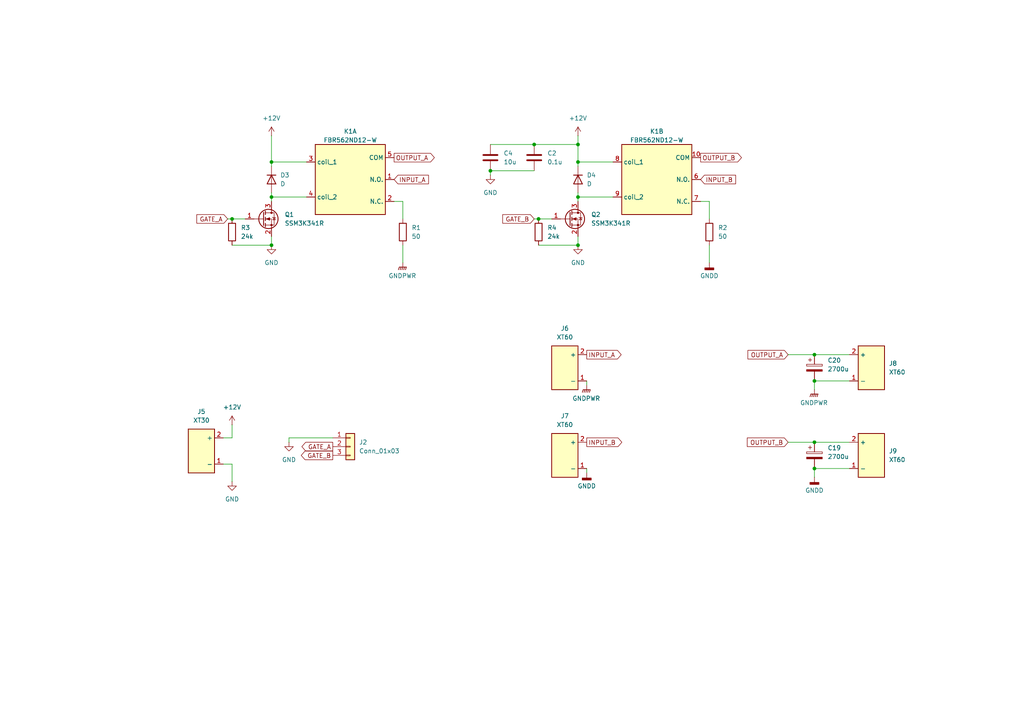
<source format=kicad_sch>
(kicad_sch (version 20250114) (generator "eeschema") (generator_version "9.0")
  (paper "A4")
  (title_block (title "GN10PowerCutoffBoard") (rev "v1.0") (company "Gento Aiba (GN10)"))
  (lib_symbols
    (symbol "Connector_Generic:Conn_01x03" (pin_names (offset 1.016) (hide yes))
      (property "Reference" "J" (at 0 5.08 0))
      (property "Value" "Conn_01x03" (at 0 -5.08 0))
      (symbol "Conn_01x03_1_1"
        (rectangle (start -1.27 3.81) (end 1.27 -3.81) (stroke (width 0.254)) (fill (type background)))
        (rectangle (start -1.27 2.667) (end 0 2.413) (stroke (width 0.1524)))
        (rectangle (start -1.27 0.127) (end 0 -0.127) (stroke (width 0.1524)))
        (rectangle (start -1.27 -2.413) (end 0 -2.667) (stroke (width 0.1524)))
        (pin passive line (at -5.08 2.54 0) (length 3.81) (name "Pin_1") (number "1"))
        (pin passive line (at -5.08 0 0) (length 3.81) (name "Pin_2") (number "2"))
        (pin passive line (at -5.08 -2.54 0) (length 3.81) (name "Pin_3") (number "3"))
      )
    )
    (symbol "Device:C" (pin_numbers (hide yes)) (pin_names (offset 0.254))
      (property "Reference" "C" (at 0.635 2.54 0))
      (property "Value" "C" (at 0.635 -2.54 0))
      (symbol "C_0_1"
        (polyline (pts (xy -2.032 0.762) (xy 2.032 0.762)) (stroke (width 0.508)))
        (polyline (pts (xy -2.032 -0.762) (xy 2.032 -0.762)) (stroke (width 0.508)))
      )
      (symbol "C_1_1"
        (pin passive line (at 0 3.81 270) (length 2.794) (name "~") (number "1"))
        (pin passive line (at 0 -3.81 90) (length 2.794) (name "~") (number "2"))
      )
    )
    (symbol "Device:C_Polarized" (pin_numbers (hide yes)) (pin_names (offset 0.254))
      (property "Reference" "C" (at 0.635 2.54 0))
      (property "Value" "C_Polarized" (at 0.635 -2.54 0))
      (symbol "C_Polarized_0_1"
        (rectangle (start -2.286 0.508) (end 2.286 1.016))
        (polyline (pts (xy -1.778 2.286) (xy -0.762 2.286)))
        (polyline (pts (xy -1.27 2.794) (xy -1.27 1.778)))
        (rectangle (start 2.286 -0.508) (end -2.286 -1.016) (fill (type outline)))
      )
      (symbol "C_Polarized_1_1"
        (pin passive line (at 0 3.81 270) (length 2.794) (name "~") (number "1"))
        (pin passive line (at 0 -3.81 90) (length 2.794) (name "~") (number "2"))
      )
    )
    (symbol "Device:D" (pin_numbers (hide yes)) (pin_names (offset 1.016) (hide yes))
      (property "Reference" "D" (at 0 2.54 0))
      (property "Value" "D" (at 0 -2.54 0))
      (symbol "D_0_1"
        (polyline (pts (xy -1.27 1.27) (xy -1.27 -1.27)) (stroke (width 0.254)))
        (polyline (pts (xy 1.27 1.27) (xy 1.27 -1.27) (xy -1.27 0) (xy 1.27 1.27)) (stroke (width 0.254)))
        (polyline (pts (xy 1.27 0) (xy -1.27 0)))
      )
      (symbol "D_1_1"
        (pin passive line (at -3.81 0 0) (length 2.54) (name "K") (number "1"))
        (pin passive line (at 3.81 0 180) (length 2.54) (name "A") (number "2"))
      )
    )
    (symbol "Device:Q_NMOS_GSD" (pin_names (offset 0) (hide yes))
      (property "Reference" "Q" (at 5.08 1.27 0))
      (property "Value" "Q_NMOS_GSD" (at 5.08 -1.27 0))
      (symbol "Q_NMOS_GSD_0_1"
        (polyline (pts (xy 0.254 1.905) (xy 0.254 -1.905)) (stroke (width 0.254)))
        (polyline (pts (xy 0.254 0) (xy -2.54 0)))
        (polyline (pts (xy 0.762 2.286) (xy 0.762 1.27)) (stroke (width 0.254)))
        (polyline (pts (xy 0.762 0.508) (xy 0.762 -0.508)) (stroke (width 0.254)))
        (polyline (pts (xy 0.762 -1.27) (xy 0.762 -2.286)) (stroke (width 0.254)))
        (polyline (pts (xy 0.762 -1.778) (xy 3.302 -1.778) (xy 3.302 1.778) (xy 0.762 1.778)))
        (polyline (pts (xy 1.016 0) (xy 2.032 0.381) (xy 2.032 -0.381) (xy 1.016 0)) (fill (type outline)))
        (circle (center 1.651 0) (radius 2.794) (stroke (width 0.254)))
        (polyline (pts (xy 2.54 2.54) (xy 2.54 1.778)))
        (circle (center 2.54 1.778) (radius 0.254) (fill (type outline)))
        (circle (center 2.54 -1.778) (radius 0.254) (fill (type outline)))
        (polyline (pts (xy 2.54 -2.54) (xy 2.54 0) (xy 0.762 0)))
        (polyline (pts (xy 2.794 0.508) (xy 2.921 0.381) (xy 3.683 0.381) (xy 3.81 0.254)))
        (polyline (pts (xy 3.302 0.381) (xy 2.921 -0.254) (xy 3.683 -0.254) (xy 3.302 0.381)))
      )
      (symbol "Q_NMOS_GSD_1_1"
        (pin input line (at -5.08 0 0) (length 2.54) (name "G") (number "1"))
        (pin passive line (at 2.54 5.08 270) (length 2.54) (name "D") (number "3"))
        (pin passive line (at 2.54 -5.08 90) (length 2.54) (name "S") (number "2"))
      )
    )
    (symbol "Device:R" (pin_numbers (hide yes)) (pin_names (offset 0))
      (property "Reference" "R" (at 2.032 0 90))
      (property "Value" "R" (at 0 0 90))
      (symbol "R_0_1"
        (rectangle (start -1.016 -2.54) (end 1.016 2.54) (stroke (width 0.254)))
      )
      (symbol "R_1_1"
        (pin passive line (at 0 3.81 270) (length 1.27) (name "~") (number "1"))
        (pin passive line (at 0 -3.81 90) (length 1.27) (name "~") (number "2"))
      )
    )
    (symbol "GN10_Parts:FBR562"
      (property "Reference" "K" (at 0 0 0))
      (property "Value" "FBR562ND12-W" (at 0 0 0))
      (symbol "FBR562_0_1"
        (rectangle (start -10.16 10.16) (end 10.16 -10.16) (stroke (width 0.254)) (fill (type background)))
      )
      (symbol "FBR562_1_1"
        (pin passive line (at -12.7 5.08 0) (length 2.54) (name "coil_1") (number "3"))
        (pin passive line (at -12.7 -5.08 0) (length 2.54) (name "coil_2") (number "4"))
        (pin passive line (at 12.7 6.35 180) (length 2.54) (name "COM") (number "5"))
        (pin passive line (at 12.7 0 180) (length 2.54) (name "N.O.") (number "1"))
        (pin passive line (at 12.7 -6.35 180) (length 2.54) (name "N.C.") (number "2"))
      )
      (symbol "FBR562_2_1"
        (pin passive line (at -12.7 5.08 0) (length 2.54) (name "coil_1") (number "8"))
        (pin passive line (at -12.7 -5.08 0) (length 2.54) (name "coil_2") (number "9"))
        (pin passive line (at 12.7 6.35 180) (length 2.54) (name "COM") (number "10"))
        (pin passive line (at 12.7 0 180) (length 2.54) (name "N.O.") (number "6"))
        (pin passive line (at 12.7 -6.35 180) (length 2.54) (name "N.C.") (number "7"))
      )
    )
    (symbol "GN10_Parts:XT30"
      (property "Reference" "J" (at 0 0 0))
      (property "Value" "XT30" (at 0 7.366 0))
      (symbol "XT30_1_1"
        (rectangle (start -3.81 6.35) (end 3.81 -6.35) (stroke (width 0.254)) (fill (type background)))
        (pin unspecified line (at 6.35 3.81 180) (length 2.54) (name "+") (number "2"))
        (pin unspecified line (at 6.35 -3.81 180) (length 2.54) (name "-") (number "1"))
      )
    )
    (symbol "GN10_Parts:XT60"
      (property "Reference" "J" (at 0 0 0))
      (property "Value" "XT60" (at 0.254 7.366 0))
      (symbol "XT60_1_1"
        (rectangle (start -3.81 6.35) (end 3.81 -6.35) (stroke (width 0.254)) (fill (type background)))
        (pin unspecified line (at 6.35 3.81 180) (length 2.54) (name "+") (number "2"))
        (pin unspecified line (at 6.35 -3.81 180) (length 2.54) (name "-") (number "1"))
      )
    )
    (symbol "power:+12V" (power) (pin_numbers (hide yes)) (pin_names (offset 0) (hide yes))
      (property "Value" "+12V" (at 0 3.556 0))
      (symbol "+12V_0_1"
        (polyline (pts (xy -0.762 1.27) (xy 0 2.54)))
        (polyline (pts (xy 0 2.54) (xy 0.762 1.27)))
        (polyline (pts (xy 0 0) (xy 0 2.54)))
      )
      (symbol "+12V_1_1"
        (pin power_in line (at 0 0 90) (length 0) (name "~") (number "1"))
      )
    )
    (symbol "power:GND" (power) (pin_numbers (hide yes)) (pin_names (offset 0) (hide yes))
      (property "Value" "GND" (at 0 -3.81 0))
      (symbol "GND_0_1"
        (polyline (pts (xy 0 0) (xy 0 -1.27) (xy 1.27 -1.27) (xy 0 -2.54) (xy -1.27 -1.27) (xy 0 -1.27)))
      )
      (symbol "GND_1_1"
        (pin power_in line (at 0 0 270) (length 0) (name "~") (number "1"))
      )
    )
    (symbol "power:GNDD" (power) (pin_numbers (hide yes)) (pin_names (offset 0) (hide yes))
      (property "Value" "GNDD" (at 0 -3.175 0))
      (symbol "GNDD_0_1"
        (rectangle (start -1.27 -1.524) (end 1.27 -2.032) (stroke (width 0.254)) (fill (type outline)))
        (polyline (pts (xy 0 0) (xy 0 -1.524)))
      )
      (symbol "GNDD_1_1"
        (pin power_in line (at 0 0 270) (length 0) (name "~") (number "1"))
      )
    )
    (symbol "power:GNDPWR" (power) (pin_numbers (hide yes)) (pin_names (offset 0) (hide yes))
      (property "Value" "GNDPWR" (at 0 -3.302 0))
      (symbol "GNDPWR_0_1"
        (polyline (pts (xy -1.016 -1.27) (xy -1.27 -2.032) (xy -1.27 -2.032)) (stroke (width 0.2032)))
        (polyline (pts (xy -0.508 -1.27) (xy -0.762 -2.032) (xy -0.762 -2.032)) (stroke (width 0.2032)))
        (polyline (pts (xy 0 -1.27) (xy 0 0)))
        (polyline (pts (xy 0 -1.27) (xy -0.254 -2.032) (xy -0.254 -2.032)) (stroke (width 0.2032)))
        (polyline (pts (xy 0.508 -1.27) (xy 0.254 -2.032) (xy 0.254 -2.032)) (stroke (width 0.2032)))
        (polyline (pts (xy 1.016 -1.27) (xy -1.016 -1.27) (xy -1.016 -1.27)) (stroke (width 0.2032)))
        (polyline (pts (xy 1.016 -1.27) (xy 0.762 -2.032) (xy 0.762 -2.032) (xy 0.762 -2.032)) (stroke (width 0.2032)))
      )
      (symbol "GNDPWR_1_1"
        (pin power_in line (at 0 0 270) (length 0) (name "~") (number "1"))
      )
    )
  )
  (junction (at 236.22 135.89))
  (junction (at 236.22 128.27))
  (junction (at 167.64 41.91))
  (junction (at 167.64 71.12))
  (junction (at 167.64 57.15))
  (junction (at 142.24 49.53))
  (junction (at 78.74 57.15))
  (junction (at 67.31 63.5))
  (junction (at 236.22 102.87))
  (junction (at 236.22 110.49))
  (junction (at 78.74 71.12))
  (junction (at 154.94 41.91))
  (junction (at 78.74 46.99))
  (junction (at 156.21 63.5))
  (junction (at 167.64 46.99))
  (wire (pts (xy 156.21 63.5) (xy 160.02 63.5)))
  (wire (pts (xy 205.74 71.12) (xy 205.74 76.2)))
  (wire (pts (xy 67.31 63.5) (xy 71.12 63.5)))
  (wire (pts (xy 67.31 127) (xy 64.77 127)))
  (wire (pts (xy 116.84 71.12) (xy 116.84 76.2)))
  (wire (pts (xy 205.74 63.5) (xy 205.74 58.42)))
  (wire (pts (xy 228.6 128.27) (xy 236.22 128.27)))
  (wire (pts (xy 78.74 57.15) (xy 78.74 58.42)))
  (wire (pts (xy 236.22 102.87) (xy 246.38 102.87)))
  (wire (pts (xy 170.18 111.76) (xy 170.18 110.49)))
  (wire (pts (xy 167.64 68.58) (xy 167.64 71.12)))
  (wire (pts (xy 78.74 46.99) (xy 78.74 48.26)))
  (wire (pts (xy 67.31 134.62) (xy 67.31 139.7)))
  (wire (pts (xy 205.74 58.42) (xy 203.2 58.42)))
  (wire (pts (xy 66.04 63.5) (xy 67.31 63.5)))
  (wire (pts (xy 67.31 123.19) (xy 67.31 127)))
  (wire (pts (xy 116.84 58.42) (xy 114.3 58.42)))
  (wire (pts (xy 78.74 39.37) (xy 78.74 46.99)))
  (wire (pts (xy 78.74 46.99) (xy 88.9 46.99)))
  (wire (pts (xy 167.64 57.15) (xy 177.8 57.15)))
  (wire (pts (xy 67.31 71.12) (xy 78.74 71.12)))
  (wire (pts (xy 78.74 68.58) (xy 78.74 71.12)))
  (wire (pts (xy 228.6 102.87) (xy 236.22 102.87)))
  (wire (pts (xy 142.24 49.53) (xy 142.24 50.8)))
  (wire (pts (xy 116.84 63.5) (xy 116.84 58.42)))
  (wire (pts (xy 154.94 63.5) (xy 156.21 63.5)))
  (wire (pts (xy 88.9 57.15) (xy 78.74 57.15)))
  (wire (pts (xy 236.22 135.89) (xy 246.38 135.89)))
  (wire (pts (xy 236.22 113.03) (xy 236.22 110.49)))
  (wire (pts (xy 236.22 128.27) (xy 246.38 128.27)))
  (wire (pts (xy 167.64 39.37) (xy 167.64 41.91)))
  (wire (pts (xy 142.24 49.53) (xy 154.94 49.53)))
  (wire (pts (xy 167.64 55.88) (xy 167.64 57.15)))
  (wire (pts (xy 78.74 57.15) (xy 78.74 55.88)))
  (wire (pts (xy 154.94 41.91) (xy 167.64 41.91)))
  (wire (pts (xy 167.64 58.42) (xy 167.64 57.15)))
  (wire (pts (xy 167.64 46.99) (xy 167.64 48.26)))
  (wire (pts (xy 236.22 138.43) (xy 236.22 135.89)))
  (wire (pts (xy 142.24 41.91) (xy 154.94 41.91)))
  (wire (pts (xy 167.64 41.91) (xy 167.64 46.99)))
  (wire (pts (xy 167.64 46.99) (xy 177.8 46.99)))
  (wire (pts (xy 64.77 134.62) (xy 67.31 134.62)))
  (wire (pts (xy 83.82 128.27) (xy 83.82 127)))
  (wire (pts (xy 83.82 127) (xy 96.52 127)))
  (wire (pts (xy 236.22 110.49) (xy 246.38 110.49)))
  (wire (pts (xy 156.21 71.12) (xy 167.64 71.12)))
  (wire (pts (xy 170.18 137.16) (xy 170.18 135.89)))
  (global_label "INPUT_B" (shape output) (at 170.18 128.27 0) (property "Intersheetrefs" "${INTERSHEET_REFS}" (effects (hide yes))))
  (global_label "INPUT_A" (shape output) (at 170.18 102.87 0) (property "Intersheetrefs" "${INTERSHEET_REFS}" (effects (hide yes))))
  (global_label "OUTPUT_A" (shape input) (at 228.6 102.87 180) (property "Intersheetrefs" "${INTERSHEET_REFS}" (effects (hide yes))))
  (global_label "OUTPUT_B" (shape input) (at 228.6 128.27 180) (property "Intersheetrefs" "${INTERSHEET_REFS}" (effects (hide yes))))
  (global_label "GATE_A" (shape output) (at 96.52 129.54 180) (property "Intersheetrefs" "${INTERSHEET_REFS}" (effects (hide yes))))
  (global_label "GATE_B" (shape output) (at 96.52 132.08 180) (property "Intersheetrefs" "${INTERSHEET_REFS}" (effects (hide yes))))
  (global_label "INPUT_A" (shape input) (at 114.3 52.07 0) (property "Intersheetrefs" "${INTERSHEET_REFS}" (effects (hide yes))))
  (global_label "GATE_A" (shape input) (at 66.04 63.5 180) (property "Intersheetrefs" "${INTERSHEET_REFS}" (effects (hide yes))))
  (global_label "OUTPUT_B" (shape output) (at 203.2 45.72 0) (property "Intersheetrefs" "${INTERSHEET_REFS}" (effects (hide yes))))
  (global_label "OUTPUT_A" (shape output) (at 114.3 45.72 0) (property "Intersheetrefs" "${INTERSHEET_REFS}" (effects (hide yes))))
  (global_label "GATE_B" (shape input) (at 154.94 63.5 180) (property "Intersheetrefs" "${INTERSHEET_REFS}" (effects (hide yes))))
  (global_label "INPUT_B" (shape input) (at 203.2 52.07 0) (property "Intersheetrefs" "${INTERSHEET_REFS}" (effects (hide yes))))
  (symbol (lib_id "Device:D") (at 167.64 52.07 270) (unit 1)
    (property "Reference" "D4" (at 170.18 50.7999 90) (effects (justify left)))
    (property "Value" "D" (at 170.18 53.3399 90) (effects (justify left)))
    (property "Footprint" "Diode_SMD:D_SMA_Handsoldering" (effects (hide yes)))
    (property "Description" "Diode" (effects (hide yes)))
    (property "Sim.Device" "D" (effects (hide yes)))
    (property "Sim.Pins" "1=K 2=A" (effects (hide yes)))
  )
  (symbol (lib_id "power:GND") (at 167.64 71.12 0) (unit 1)
    (property "Reference" "#PWR06" (effects (hide yes)))
    (property "Value" "GND" (at 167.64 76.2 0))
    (property "Description" "Power symbol creates a global label with name \"GND\" , ground" (effects (hide yes)))
  )
  (symbol (lib_id "power:GND") (at 78.74 71.12 0) (unit 1)
    (property "Reference" "#PWR05" (effects (hide yes)))
    (property "Value" "GND" (at 78.74 76.2 0))
    (property "Description" "Power symbol creates a global label with name \"GND\" , ground" (effects (hide yes)))
  )
  (symbol (lib_id "GN10_Parts:FBR562") (at 190.5 52.07 0) (unit 2)
    (property "Reference" "K1" (at 190.5 38.1 0))
    (property "Value" "FBR562ND12-W" (at 190.5 40.64 0))
    (property "Footprint" "GN10_Parts:FBR562" (effects (hide yes)))
    (property "Datasheet" "https://docs.rs-online.com/b128/A700000006723828.pdf" (effects (hide yes)))
    (property "Description" "生産終了品" (effects (hide yes)))
  )
  (symbol (lib_id "Device:R") (at 67.31 67.31 0) (unit 1)
    (property "Reference" "R3" (at 69.85 66.0399 0) (effects (justify left)))
    (property "Value" "24k" (at 69.85 68.5799 0) (effects (justify left)))
    (property "Footprint" "Resistor_SMD:R_0603_1608Metric_Pad0.98x0.95mm_HandSolder" (effects (hide yes)))
    (property "Description" "Resistor" (effects (hide yes)))
  )
  (symbol (lib_id "Device:C_Polarized") (at 236.22 106.68 0) (unit 1)
    (property "Reference" "C20" (at 240.03 104.5209 0) (effects (justify left)))
    (property "Value" "2700u" (at 240.03 107.0609 0) (effects (justify left)))
    (property "Footprint" "Capacitor_THT:CP_Radial_D18.0mm_P7.50mm" (effects (hide yes)))
    (property "Description" "Polarized capacitor" (effects (hide yes)))
  )
  (symbol (lib_id "Device:R") (at 205.74 67.31 0) (unit 1)
    (property "Reference" "R2" (at 208.28 66.0399 0) (effects (justify left)))
    (property "Value" "50" (at 208.28 68.5799 0) (effects (justify left)))
    (property "Footprint" "Resistor_SMD:R_2010_5025Metric_Pad1.40x2.65mm_HandSolder" (effects (hide yes)))
    (property "Description" "Resistor" (effects (hide yes)))
  )
  (symbol (lib_id "power:GNDD") (at 170.18 137.16 0) (unit 1)
    (property "Reference" "#PWR02" (effects (hide yes)))
    (property "Value" "GNDD" (at 170.18 140.97 0))
    (property "Description" "Power symbol creates a global label with name \"GNDD\" , digital ground" (effects (hide yes)))
  )
  (symbol (lib_id "Device:Q_NMOS_GSD") (at 165.1 63.5 0) (unit 1)
    (property "Reference" "Q2" (at 171.45 62.2299 0) (effects (justify left)))
    (property "Value" "SSM3K341R" (at 171.45 64.7699 0) (effects (justify left)))
    (property "Footprint" "Package_TO_SOT_SMD:SOT-23" (effects (hide yes)))
    (property "Description" "N-MOSFET transistor, gate/source/drain" (effects (hide yes)))
  )
  (symbol (lib_id "power:GNDPWR") (at 170.18 111.76 0) (unit 1)
    (property "Reference" "#PWR048" (effects (hide yes)))
    (property "Value" "GNDPWR" (at 170.053 115.57 0))
    (property "Description" "Power symbol creates a global label with name \"GNDPWR\" , global ground" (effects (hide yes)))
  )
  (symbol (lib_id "Device:D") (at 78.74 52.07 270) (unit 1)
    (property "Reference" "D3" (at 81.28 50.7999 90) (effects (justify left)))
    (property "Value" "D" (at 81.28 53.3399 90) (effects (justify left)))
    (property "Footprint" "Diode_SMD:D_SMA_Handsoldering" (effects (hide yes)))
    (property "Description" "Diode" (effects (hide yes)))
    (property "Sim.Device" "D" (effects (hide yes)))
    (property "Sim.Pins" "1=K 2=A" (effects (hide yes)))
  )
  (symbol (lib_id "GN10_Parts:XT30") (at 58.42 130.81 0) (unit 1)
    (property "Reference" "J5" (at 58.42 119.38 0))
    (property "Value" "XT30" (at 58.42 121.92 0))
    (property "Footprint" "Connector_AMASS:AMASS_XT30PW-M_1x02_P2.50mm_Horizontal" (effects (hide yes)))
  )
  (symbol (lib_id "GN10_Parts:FBR562") (at 101.6 52.07 0) (unit 1)
    (property "Reference" "K1" (at 101.6 38.1 0))
    (property "Value" "FBR562ND12-W" (at 101.6 40.64 0))
    (property "Footprint" "GN10_Parts:FBR562" (effects (hide yes)))
    (property "Datasheet" "https://docs.rs-online.com/b128/A700000006723828.pdf" (effects (hide yes)))
    (property "Description" "生産終了品" (effects (hide yes)))
  )
  (symbol (lib_id "power:GNDD") (at 236.22 138.43 0) (unit 1)
    (property "Reference" "#PWR07" (effects (hide yes)))
    (property "Value" "GNDD" (at 236.22 142.24 0))
    (property "Description" "Power symbol creates a global label with name \"GNDD\" , digital ground" (effects (hide yes)))
  )
  (symbol (lib_id "GN10_Parts:XT60") (at 252.73 132.08 0) (mirror y) (unit 1)
    (property "Reference" "J9" (at 257.81 130.8099 0) (effects (justify right)))
    (property "Value" "XT60" (at 257.81 133.3499 0) (effects (justify right)))
    (property "Footprint" "Connector_AMASS:AMASS_XT60-F_1x02_P7.20mm_Vertical" (effects (hide yes)))
  )
  (symbol (lib_id "power:+12V") (at 67.31 123.19 0) (unit 1)
    (property "Reference" "#PWR047" (effects (hide yes)))
    (property "Value" "+12V" (at 67.31 118.11 0))
    (property "Description" "Power symbol creates a global label with name \"+12V\"" (effects (hide yes)))
  )
  (symbol (lib_id "power:GNDPWR") (at 116.84 76.2 0) (unit 1)
    (property "Reference" "#PWR01" (effects (hide yes)))
    (property "Value" "GNDPWR" (at 116.713 80.01 0))
    (property "Description" "Power symbol creates a global label with name \"GNDPWR\" , global ground" (effects (hide yes)))
  )
  (symbol (lib_id "power:GND") (at 142.24 50.8 0) (unit 1)
    (property "Reference" "#PWR010" (effects (hide yes)))
    (property "Value" "GND" (at 142.24 55.88 0))
    (property "Description" "Power symbol creates a global label with name \"GND\" , ground" (effects (hide yes)))
  )
  (symbol (lib_id "power:GNDPWR") (at 236.22 113.03 0) (unit 1)
    (property "Reference" "#PWR050" (effects (hide yes)))
    (property "Value" "GNDPWR" (at 236.093 116.84 0))
    (property "Description" "Power symbol creates a global label with name \"GNDPWR\" , global ground" (effects (hide yes)))
  )
  (symbol (lib_id "Connector_Generic:Conn_01x03") (at 101.6 129.54 0) (unit 1)
    (property "Reference" "J2" (at 104.14 128.2699 0) (effects (justify left)))
    (property "Value" "Conn_01x03" (at 104.14 130.8099 0) (effects (justify left)))
    (property "Footprint" "Connector_AMASS:AMASS_MR30PW-M_1x03_P3.50mm_Horizontal" (effects (hide yes)))
    (property "Description" "Generic connector, single row, 01x03, script generated (kicad-library-utils/schlib/autogen/connector/)" (effects (hide yes)))
  )
  (symbol (lib_id "Device:C_Polarized") (at 236.22 132.08 0) (unit 1)
    (property "Reference" "C19" (at 240.03 129.9209 0) (effects (justify left)))
    (property "Value" "2700u" (at 240.03 132.4609 0) (effects (justify left)))
    (property "Footprint" "Capacitor_THT:CP_Radial_D18.0mm_P7.50mm" (effects (hide yes)))
    (property "Description" "Polarized capacitor" (effects (hide yes)))
  )
  (symbol (lib_id "GN10_Parts:XT60") (at 163.83 106.68 0) (unit 1)
    (property "Reference" "J6" (at 163.83 95.25 0))
    (property "Value" "XT60" (at 163.83 97.79 0))
    (property "Footprint" "Connector_AMASS:AMASS_XT60-M_1x02_P7.20mm_Vertical" (effects (hide yes)))
  )
  (symbol (lib_id "Device:C") (at 154.94 45.72 0) (unit 1)
    (property "Reference" "C2" (at 158.75 44.4499 0) (effects (justify left)))
    (property "Value" "0.1u" (at 158.75 46.9899 0) (effects (justify left)))
    (property "Footprint" "Capacitor_SMD:C_0603_1608Metric_Pad1.08x0.95mm_HandSolder" (effects (hide yes)))
    (property "Description" "Unpolarized capacitor" (effects (hide yes)))
  )
  (symbol (lib_id "GN10_Parts:XT60") (at 163.83 132.08 0) (unit 1)
    (property "Reference" "J7" (at 163.83 120.65 0))
    (property "Value" "XT60" (at 163.83 123.19 0))
    (property "Footprint" "Connector_AMASS:AMASS_XT60-M_1x02_P7.20mm_Vertical" (effects (hide yes)))
  )
  (symbol (lib_id "Device:C") (at 142.24 45.72 0) (unit 1)
    (property "Reference" "C4" (at 146.05 44.4499 0) (effects (justify left)))
    (property "Value" "10u" (at 146.05 46.9899 0) (effects (justify left)))
    (property "Footprint" "Capacitor_SMD:C_0805_2012Metric_Pad1.18x1.45mm_HandSolder" (effects (hide yes)))
    (property "Description" "Unpolarized capacitor" (effects (hide yes)))
  )
  (symbol (lib_id "GN10_Parts:XT60") (at 252.73 106.68 0) (mirror y) (unit 1)
    (property "Reference" "J8" (at 257.81 105.4099 0) (effects (justify right)))
    (property "Value" "XT60" (at 257.81 107.9499 0) (effects (justify right)))
    (property "Footprint" "Connector_AMASS:AMASS_XT60-F_1x02_P7.20mm_Vertical" (effects (hide yes)))
  )
  (symbol (lib_id "power:GND") (at 83.82 128.27 0) (unit 1)
    (property "Reference" "#PWR023" (effects (hide yes)))
    (property "Value" "GND" (at 83.82 133.35 0))
    (property "Description" "Power symbol creates a global label with name \"GND\" , ground" (effects (hide yes)))
  )
  (symbol (lib_id "Device:Q_NMOS_GSD") (at 76.2 63.5 0) (unit 1)
    (property "Reference" "Q1" (at 82.55 62.2299 0) (effects (justify left)))
    (property "Value" "SSM3K341R" (at 82.55 64.7699 0) (effects (justify left)))
    (property "Footprint" "Package_TO_SOT_SMD:SOT-23" (effects (hide yes)))
    (property "Description" "N-MOSFET transistor, gate/source/drain" (effects (hide yes)))
  )
  (symbol (lib_id "power:+12V") (at 78.74 39.37 0) (unit 1)
    (property "Reference" "#PWR03" (effects (hide yes)))
    (property "Value" "+12V" (at 78.74 34.29 0))
    (property "Description" "Power symbol creates a global label with name \"+12V\"" (effects (hide yes)))
  )
  (symbol (lib_id "power:GND") (at 67.31 139.7 0) (unit 1)
    (property "Reference" "#PWR046" (effects (hide yes)))
    (property "Value" "GND" (at 67.31 144.78 0))
    (property "Description" "Power symbol creates a global label with name \"GND\" , ground" (effects (hide yes)))
  )
  (symbol (lib_id "power:GNDD") (at 205.74 76.2 0) (unit 1)
    (property "Reference" "#PWR08" (effects (hide yes)))
    (property "Value" "GNDD" (at 205.74 80.01 0))
    (property "Description" "Power symbol creates a global label with name \"GNDD\" , digital ground" (effects (hide yes)))
  )
  (symbol (lib_id "Device:R") (at 156.21 67.31 0) (unit 1)
    (property "Reference" "R4" (at 158.75 66.0399 0) (effects (justify left)))
    (property "Value" "24k" (at 158.75 68.5799 0) (effects (justify left)))
    (property "Footprint" "Resistor_SMD:R_0603_1608Metric_Pad0.98x0.95mm_HandSolder" (effects (hide yes)))
    (property "Description" "Resistor" (effects (hide yes)))
  )
  (symbol (lib_id "Device:R") (at 116.84 67.31 0) (unit 1)
    (property "Reference" "R1" (at 119.38 66.0399 0) (effects (justify left)))
    (property "Value" "50" (at 119.38 68.5799 0) (effects (justify left)))
    (property "Footprint" "Resistor_SMD:R_2010_5025Metric_Pad1.40x2.65mm_HandSolder" (effects (hide yes)))
    (property "Description" "Resistor" (effects (hide yes)))
  )
  (symbol (lib_id "power:+12V") (at 167.64 39.37 0) (unit 1)
    (property "Reference" "#PWR04" (effects (hide yes)))
    (property "Value" "+12V" (at 167.64 34.29 0))
    (property "Description" "Power symbol creates a global label with name \"+12V\"" (effects (hide yes)))
  )
)
</source>
